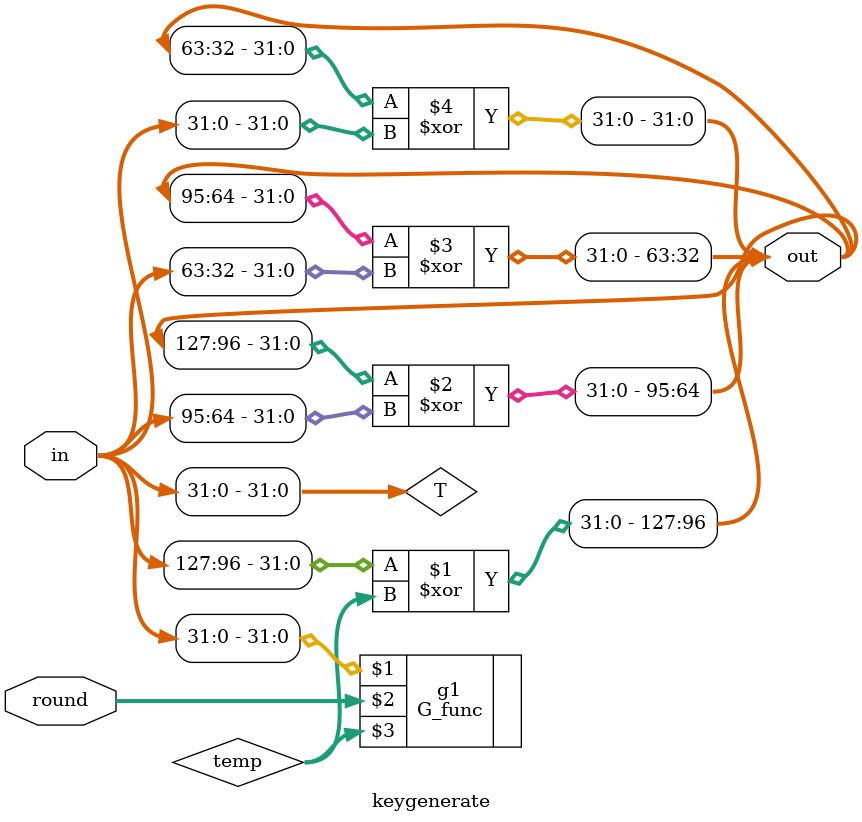
<source format=sv>
module keygenerate(in, round, out);
	
	input logic [127:0] in;
	input logic [3:0] round;
	output logic [127:0] out;
	
	reg [31:0] temp;
	reg [31:0] T;
	
	assign T[31:0] = in[31:0];
	
	G_func g1(T,round,temp);
	
	assign out[127:96] = in[127:96] ^ temp[31:0];
	assign out[95:64] = out[127:96] ^ in[95:64];
	assign out[63:32] = out[95:64] ^ in[63:32];
	assign out[31:0] = out[63:32] ^ in[31:0];
	
endmodule

</source>
